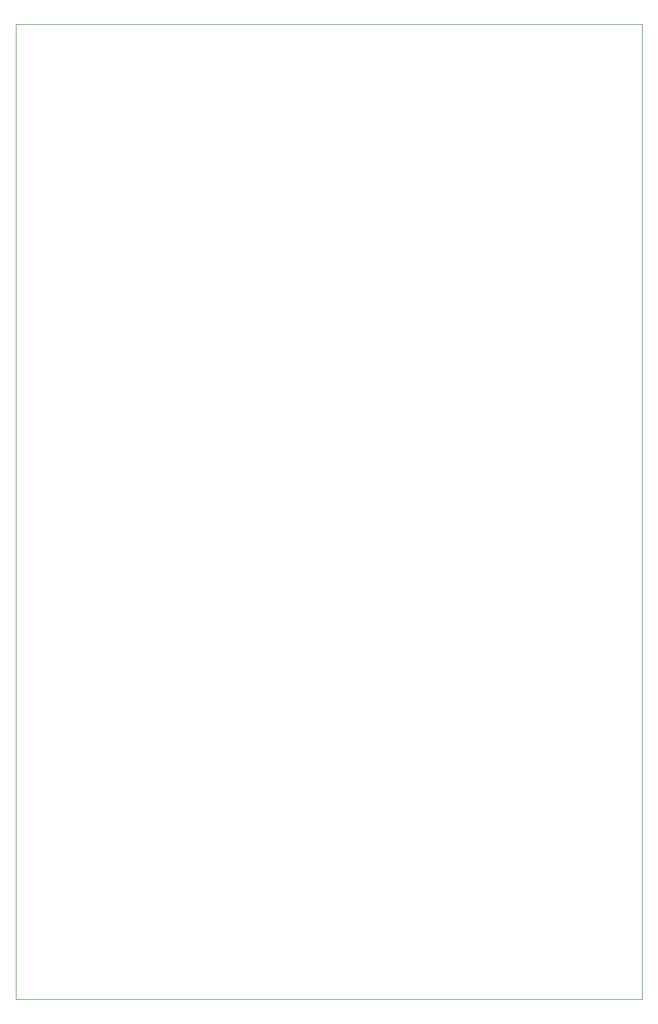
<source format=gbr>
%TF.GenerationSoftware,KiCad,Pcbnew,(7.0.0)*%
%TF.CreationDate,2023-03-21T21:59:13-07:00*%
%TF.ProjectId,backplane-concept,6261636b-706c-4616-9e65-2d636f6e6365,rev?*%
%TF.SameCoordinates,Original*%
%TF.FileFunction,Profile,NP*%
%FSLAX46Y46*%
G04 Gerber Fmt 4.6, Leading zero omitted, Abs format (unit mm)*
G04 Created by KiCad (PCBNEW (7.0.0)) date 2023-03-21 21:59:13*
%MOMM*%
%LPD*%
G01*
G04 APERTURE LIST*
%TA.AperFunction,Profile*%
%ADD10C,0.100000*%
%TD*%
G04 APERTURE END LIST*
D10*
X56000000Y-34000000D02*
X146000000Y-34000000D01*
X146000000Y-34000000D02*
X146000000Y-174000000D01*
X146000000Y-174000000D02*
X56000000Y-174000000D01*
X56000000Y-174000000D02*
X56000000Y-34000000D01*
M02*

</source>
